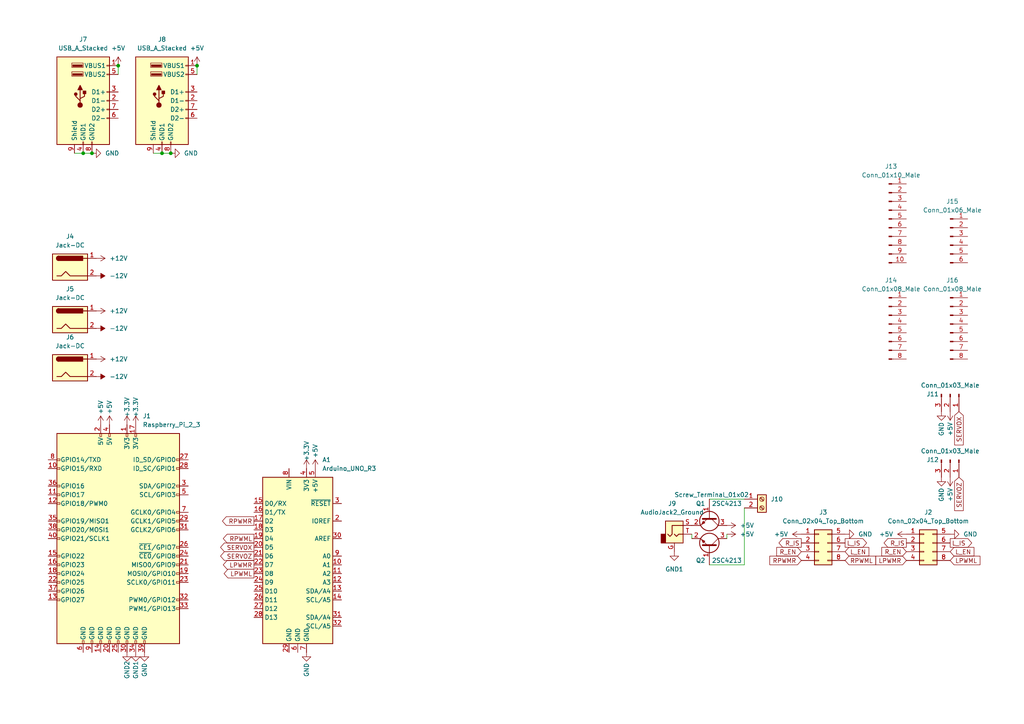
<source format=kicad_sch>
(kicad_sch (version 20211123) (generator eeschema)
  (paper "A4")
  (lib_symbols
    (symbol "Connector:AudioJack2_Ground"
      (property "Reference" "J" (at 0 8.89 0))
      (property "Value" "AudioJack2_Ground" (at 0 6.35 0))
      (symbol "AudioJack2_Ground_0_1"
        (rectangle (start -2.54 -2.54) (end -3.81 0) (stroke (width 0.254)) (fill (type outline)))
        (polyline (pts (xy 0 0) (xy 0.635 -0.635) (xy 1.27 0) (xy 2.54 0)) (stroke (width 0.254)))
        (polyline (pts (xy 2.54 2.54) (xy -0.635 2.54) (xy -0.635 0) (xy -1.27 -0.635) (xy -1.905 0)) (stroke (width 0.254)))
        (rectangle (start 2.54 3.81) (end -2.54 -2.54) (stroke (width 0.254)) (fill (type background)))
      )
      (symbol "AudioJack2_Ground_1_1"
        (pin passive line (at 0 -5.08 90) (length 2.54) (name "~") (number "G"))
        (pin passive line (at 5.08 2.54 180) (length 2.54) (name "~") (number "S"))
        (pin passive line (at 5.08 0 180) (length 2.54) (name "~") (number "T"))
      )
    )
    (symbol "Connector:Conn_01x03_Male" (pin_names (offset 1.016) hide)
      (property "Reference" "J" (at 0 5.08 0))
      (property "Value" "Conn_01x03_Male" (at 0 -5.08 0))
      (symbol "Conn_01x03_Male_1_1"
        (polyline (pts (xy 1.27 -2.54) (xy 0.8636 -2.54)) (stroke (width 0.1524)))
        (polyline (pts (xy 1.27 0) (xy 0.8636 0)) (stroke (width 0.1524)))
        (polyline (pts (xy 1.27 2.54) (xy 0.8636 2.54)) (stroke (width 0.1524)))
        (rectangle (start 0.8636 -2.413) (end 0 -2.667) (stroke (width 0.1524)) (fill (type outline)))
        (rectangle (start 0.8636 0.127) (end 0 -0.127) (stroke (width 0.1524)) (fill (type outline)))
        (rectangle (start 0.8636 2.667) (end 0 2.413) (stroke (width 0.1524)) (fill (type outline)))
        (pin passive line (at 5.08 2.54 180) (length 3.81) (name "Pin_1") (number "1"))
        (pin passive line (at 5.08 0 180) (length 3.81) (name "Pin_2") (number "2"))
        (pin passive line (at 5.08 -2.54 180) (length 3.81) (name "Pin_3") (number "3"))
      )
    )
    (symbol "Connector:Conn_01x06_Male" (pin_names (offset 1.016) hide)
      (property "Reference" "J" (at 0 7.62 0))
      (property "Value" "Conn_01x06_Male" (at 0 -10.16 0))
      (symbol "Conn_01x06_Male_1_1"
        (polyline (pts (xy 1.27 -7.62) (xy 0.8636 -7.62)) (stroke (width 0.1524)))
        (polyline (pts (xy 1.27 -5.08) (xy 0.8636 -5.08)) (stroke (width 0.1524)))
        (polyline (pts (xy 1.27 -2.54) (xy 0.8636 -2.54)) (stroke (width 0.1524)))
        (polyline (pts (xy 1.27 0) (xy 0.8636 0)) (stroke (width 0.1524)))
        (polyline (pts (xy 1.27 2.54) (xy 0.8636 2.54)) (stroke (width 0.1524)))
        (polyline (pts (xy 1.27 5.08) (xy 0.8636 5.08)) (stroke (width 0.1524)))
        (rectangle (start 0.8636 -7.493) (end 0 -7.747) (stroke (width 0.1524)) (fill (type outline)))
        (rectangle (start 0.8636 -4.953) (end 0 -5.207) (stroke (width 0.1524)) (fill (type outline)))
        (rectangle (start 0.8636 -2.413) (end 0 -2.667) (stroke (width 0.1524)) (fill (type outline)))
        (rectangle (start 0.8636 0.127) (end 0 -0.127) (stroke (width 0.1524)) (fill (type outline)))
        (rectangle (start 0.8636 2.667) (end 0 2.413) (stroke (width 0.1524)) (fill (type outline)))
        (rectangle (start 0.8636 5.207) (end 0 4.953) (stroke (width 0.1524)) (fill (type outline)))
        (pin passive line (at 5.08 5.08 180) (length 3.81) (name "Pin_1") (number "1"))
        (pin passive line (at 5.08 2.54 180) (length 3.81) (name "Pin_2") (number "2"))
        (pin passive line (at 5.08 0 180) (length 3.81) (name "Pin_3") (number "3"))
        (pin passive line (at 5.08 -2.54 180) (length 3.81) (name "Pin_4") (number "4"))
        (pin passive line (at 5.08 -5.08 180) (length 3.81) (name "Pin_5") (number "5"))
        (pin passive line (at 5.08 -7.62 180) (length 3.81) (name "Pin_6") (number "6"))
      )
    )
    (symbol "Connector:Conn_01x08_Male" (pin_names (offset 1.016) hide)
      (property "Reference" "J" (at 0 10.16 0))
      (property "Value" "Conn_01x08_Male" (at 0 -12.7 0))
      (symbol "Conn_01x08_Male_1_1"
        (polyline (pts (xy 1.27 -10.16) (xy 0.8636 -10.16)) (stroke (width 0.1524)))
        (polyline (pts (xy 1.27 -7.62) (xy 0.8636 -7.62)) (stroke (width 0.1524)))
        (polyline (pts (xy 1.27 -5.08) (xy 0.8636 -5.08)) (stroke (width 0.1524)))
        (polyline (pts (xy 1.27 -2.54) (xy 0.8636 -2.54)) (stroke (width 0.1524)))
        (polyline (pts (xy 1.27 0) (xy 0.8636 0)) (stroke (width 0.1524)))
        (polyline (pts (xy 1.27 2.54) (xy 0.8636 2.54)) (stroke (width 0.1524)))
        (polyline (pts (xy 1.27 5.08) (xy 0.8636 5.08)) (stroke (width 0.1524)))
        (polyline (pts (xy 1.27 7.62) (xy 0.8636 7.62)) (stroke (width 0.1524)))
        (rectangle (start 0.8636 -10.033) (end 0 -10.287) (stroke (width 0.1524)) (fill (type outline)))
        (rectangle (start 0.8636 -7.493) (end 0 -7.747) (stroke (width 0.1524)) (fill (type outline)))
        (rectangle (start 0.8636 -4.953) (end 0 -5.207) (stroke (width 0.1524)) (fill (type outline)))
        (rectangle (start 0.8636 -2.413) (end 0 -2.667) (stroke (width 0.1524)) (fill (type outline)))
        (rectangle (start 0.8636 0.127) (end 0 -0.127) (stroke (width 0.1524)) (fill (type outline)))
        (rectangle (start 0.8636 2.667) (end 0 2.413) (stroke (width 0.1524)) (fill (type outline)))
        (rectangle (start 0.8636 5.207) (end 0 4.953) (stroke (width 0.1524)) (fill (type outline)))
        (rectangle (start 0.8636 7.747) (end 0 7.493) (stroke (width 0.1524)) (fill (type outline)))
        (pin passive line (at 5.08 7.62 180) (length 3.81) (name "Pin_1") (number "1"))
        (pin passive line (at 5.08 5.08 180) (length 3.81) (name "Pin_2") (number "2"))
        (pin passive line (at 5.08 2.54 180) (length 3.81) (name "Pin_3") (number "3"))
        (pin passive line (at 5.08 0 180) (length 3.81) (name "Pin_4") (number "4"))
        (pin passive line (at 5.08 -2.54 180) (length 3.81) (name "Pin_5") (number "5"))
        (pin passive line (at 5.08 -5.08 180) (length 3.81) (name "Pin_6") (number "6"))
        (pin passive line (at 5.08 -7.62 180) (length 3.81) (name "Pin_7") (number "7"))
        (pin passive line (at 5.08 -10.16 180) (length 3.81) (name "Pin_8") (number "8"))
      )
    )
    (symbol "Connector:Conn_01x10_Male" (pin_names (offset 1.016) hide)
      (property "Reference" "J" (at 0 12.7 0))
      (property "Value" "Conn_01x10_Male" (at 0 -15.24 0))
      (symbol "Conn_01x10_Male_1_1"
        (polyline (pts (xy 1.27 -12.7) (xy 0.8636 -12.7)) (stroke (width 0.1524)))
        (polyline (pts (xy 1.27 -10.16) (xy 0.8636 -10.16)) (stroke (width 0.1524)))
        (polyline (pts (xy 1.27 -7.62) (xy 0.8636 -7.62)) (stroke (width 0.1524)))
        (polyline (pts (xy 1.27 -5.08) (xy 0.8636 -5.08)) (stroke (width 0.1524)))
        (polyline (pts (xy 1.27 -2.54) (xy 0.8636 -2.54)) (stroke (width 0.1524)))
        (polyline (pts (xy 1.27 0) (xy 0.8636 0)) (stroke (width 0.1524)))
        (polyline (pts (xy 1.27 2.54) (xy 0.8636 2.54)) (stroke (width 0.1524)))
        (polyline (pts (xy 1.27 5.08) (xy 0.8636 5.08)) (stroke (width 0.1524)))
        (polyline (pts (xy 1.27 7.62) (xy 0.8636 7.62)) (stroke (width 0.1524)))
        (polyline (pts (xy 1.27 10.16) (xy 0.8636 10.16)) (stroke (width 0.1524)))
        (rectangle (start 0.8636 -12.573) (end 0 -12.827) (stroke (width 0.1524)) (fill (type outline)))
        (rectangle (start 0.8636 -10.033) (end 0 -10.287) (stroke (width 0.1524)) (fill (type outline)))
        (rectangle (start 0.8636 -7.493) (end 0 -7.747) (stroke (width 0.1524)) (fill (type outline)))
        (rectangle (start 0.8636 -4.953) (end 0 -5.207) (stroke (width 0.1524)) (fill (type outline)))
        (rectangle (start 0.8636 -2.413) (end 0 -2.667) (stroke (width 0.1524)) (fill (type outline)))
        (rectangle (start 0.8636 0.127) (end 0 -0.127) (stroke (width 0.1524)) (fill (type outline)))
        (rectangle (start 0.8636 2.667) (end 0 2.413) (stroke (width 0.1524)) (fill (type outline)))
        (rectangle (start 0.8636 5.207) (end 0 4.953) (stroke (width 0.1524)) (fill (type outline)))
        (rectangle (start 0.8636 7.747) (end 0 7.493) (stroke (width 0.1524)) (fill (type outline)))
        (rectangle (start 0.8636 10.287) (end 0 10.033) (stroke (width 0.1524)) (fill (type outline)))
        (pin passive line (at 5.08 10.16 180) (length 3.81) (name "Pin_1") (number "1"))
        (pin passive line (at 5.08 -12.7 180) (length 3.81) (name "Pin_10") (number "10"))
        (pin passive line (at 5.08 7.62 180) (length 3.81) (name "Pin_2") (number "2"))
        (pin passive line (at 5.08 5.08 180) (length 3.81) (name "Pin_3") (number "3"))
        (pin passive line (at 5.08 2.54 180) (length 3.81) (name "Pin_4") (number "4"))
        (pin passive line (at 5.08 0 180) (length 3.81) (name "Pin_5") (number "5"))
        (pin passive line (at 5.08 -2.54 180) (length 3.81) (name "Pin_6") (number "6"))
        (pin passive line (at 5.08 -5.08 180) (length 3.81) (name "Pin_7") (number "7"))
        (pin passive line (at 5.08 -7.62 180) (length 3.81) (name "Pin_8") (number "8"))
        (pin passive line (at 5.08 -10.16 180) (length 3.81) (name "Pin_9") (number "9"))
      )
    )
    (symbol "Connector:Jack-DC" (pin_names (offset 1.016))
      (property "Reference" "J" (at 0 5.334 0))
      (property "Value" "Jack-DC" (at 0 -5.08 0))
      (symbol "Jack-DC_0_1"
        (rectangle (start -5.08 3.81) (end 5.08 -3.81) (stroke (width 0.254)) (fill (type background)))
        (arc (start -3.302 3.175) (mid -3.937 2.54) (end -3.302 1.905) (stroke (width 0.254)))
        (arc (start -3.302 3.175) (mid -3.937 2.54) (end -3.302 1.905) (stroke (width 0.254)) (fill (type outline)))
        (polyline (pts (xy 5.08 2.54) (xy 3.81 2.54)) (stroke (width 0.254)))
        (polyline (pts (xy -3.81 -2.54) (xy -2.54 -2.54) (xy -1.27 -1.27) (xy 0 -2.54) (xy 2.54 -2.54) (xy 5.08 -2.54)) (stroke (width 0.254)))
        (rectangle (start 3.683 3.175) (end -3.302 1.905) (stroke (width 0.254)) (fill (type outline)))
      )
      (symbol "Jack-DC_1_1"
        (pin passive line (at 7.62 2.54 180) (length 2.54) (name "~") (number "1"))
        (pin passive line (at 7.62 -2.54 180) (length 2.54) (name "~") (number "2"))
      )
    )
    (symbol "Connector:Raspberry_Pi_2_3" (pin_names (offset 1.016))
      (property "Reference" "J" (at -17.78 31.75 0))
      (property "Value" "Raspberry_Pi_2_3" (at 10.16 -31.75 0))
      (symbol "Raspberry_Pi_2_3_0_1"
        (rectangle (start -17.78 30.48) (end 17.78 -30.48) (stroke (width 0.254)) (fill (type background)))
      )
      (symbol "Raspberry_Pi_2_3_1_1"
        (rectangle (start -16.891 -17.526) (end -17.78 -18.034))
        (rectangle (start -16.891 -14.986) (end -17.78 -15.494))
        (rectangle (start -16.891 -12.446) (end -17.78 -12.954))
        (rectangle (start -16.891 -9.906) (end -17.78 -10.414))
        (rectangle (start -16.891 -7.366) (end -17.78 -7.874))
        (rectangle (start -16.891 -4.826) (end -17.78 -5.334))
        (rectangle (start -16.891 0.254) (end -17.78 -0.254))
        (rectangle (start -16.891 2.794) (end -17.78 2.286))
        (rectangle (start -16.891 5.334) (end -17.78 4.826))
        (rectangle (start -16.891 10.414) (end -17.78 9.906))
        (rectangle (start -16.891 12.954) (end -17.78 12.446))
        (rectangle (start -16.891 15.494) (end -17.78 14.986))
        (rectangle (start -16.891 20.574) (end -17.78 20.066))
        (rectangle (start -16.891 23.114) (end -17.78 22.606))
        (rectangle (start -10.414 -29.591) (end -9.906 -30.48))
        (rectangle (start -7.874 -29.591) (end -7.366 -30.48))
        (rectangle (start -5.334 -29.591) (end -4.826 -30.48))
        (rectangle (start -5.334 30.48) (end -4.826 29.591))
        (rectangle (start -2.794 -29.591) (end -2.286 -30.48))
        (rectangle (start -2.794 30.48) (end -2.286 29.591))
        (rectangle (start -0.254 -29.591) (end 0.254 -30.48))
        (rectangle (start 2.286 -29.591) (end 2.794 -30.48))
        (rectangle (start 2.286 30.48) (end 2.794 29.591))
        (rectangle (start 4.826 -29.591) (end 5.334 -30.48))
        (rectangle (start 4.826 30.48) (end 5.334 29.591))
        (rectangle (start 7.366 -29.591) (end 7.874 -30.48))
        (rectangle (start 17.78 -20.066) (end 16.891 -20.574))
        (rectangle (start 17.78 -17.526) (end 16.891 -18.034))
        (rectangle (start 17.78 -12.446) (end 16.891 -12.954))
        (rectangle (start 17.78 -9.906) (end 16.891 -10.414))
        (rectangle (start 17.78 -7.366) (end 16.891 -7.874))
        (rectangle (start 17.78 -4.826) (end 16.891 -5.334))
        (rectangle (start 17.78 -2.286) (end 16.891 -2.794))
        (rectangle (start 17.78 2.794) (end 16.891 2.286))
        (rectangle (start 17.78 5.334) (end 16.891 4.826))
        (rectangle (start 17.78 7.874) (end 16.891 7.366))
        (rectangle (start 17.78 12.954) (end 16.891 12.446))
        (rectangle (start 17.78 15.494) (end 16.891 14.986))
        (rectangle (start 17.78 20.574) (end 16.891 20.066))
        (rectangle (start 17.78 23.114) (end 16.891 22.606))
        (pin power_in line (at 2.54 33.02 270) (length 2.54) (name "3V3") (number "1"))
        (pin bidirectional line (at -20.32 20.32 0) (length 2.54) (name "GPIO15/RXD") (number "10"))
        (pin bidirectional line (at -20.32 12.7 0) (length 2.54) (name "GPIO17") (number "11"))
        (pin bidirectional line (at -20.32 10.16 0) (length 2.54) (name "GPIO18/PWM0") (number "12"))
        (pin bidirectional line (at -20.32 -17.78 0) (length 2.54) (name "GPIO27") (number "13"))
        (pin power_in line (at -5.08 -33.02 90) (length 2.54) (name "GND") (number "14"))
        (pin bidirectional line (at -20.32 -5.08 0) (length 2.54) (name "GPIO22") (number "15"))
        (pin bidirectional line (at -20.32 -7.62 0) (length 2.54) (name "GPIO23") (number "16"))
        (pin power_in line (at 5.08 33.02 270) (length 2.54) (name "3V3") (number "17"))
        (pin bidirectional line (at -20.32 -10.16 0) (length 2.54) (name "GPIO24") (number "18"))
        (pin bidirectional line (at 20.32 -10.16 180) (length 2.54) (name "MOSI0/GPIO10") (number "19"))
        (pin power_in line (at -5.08 33.02 270) (length 2.54) (name "5V") (number "2"))
        (pin power_in line (at -2.54 -33.02 90) (length 2.54) (name "GND") (number "20"))
        (pin bidirectional line (at 20.32 -7.62 180) (length 2.54) (name "MISO0/GPIO9") (number "21"))
        (pin bidirectional line (at -20.32 -12.7 0) (length 2.54) (name "GPIO25") (number "22"))
        (pin bidirectional line (at 20.32 -12.7 180) (length 2.54) (name "SCLK0/GPIO11") (number "23"))
        (pin bidirectional line (at 20.32 -5.08 180) (length 2.54) (name "~{CE0}/GPIO8") (number "24"))
        (pin power_in line (at 0 -33.02 90) (length 2.54) (name "GND") (number "25"))
        (pin bidirectional line (at 20.32 -2.54 180) (length 2.54) (name "~{CE1}/GPIO7") (number "26"))
        (pin bidirectional line (at 20.32 22.86 180) (length 2.54) (name "ID_SD/GPIO0") (number "27"))
        (pin bidirectional line (at 20.32 20.32 180) (length 2.54) (name "ID_SC/GPIO1") (number "28"))
        (pin bidirectional line (at 20.32 5.08 180) (length 2.54) (name "GCLK1/GPIO5") (number "29"))
        (pin bidirectional line (at 20.32 15.24 180) (length 2.54) (name "SDA/GPIO2") (number "3"))
        (pin power_in line (at 2.54 -33.02 90) (length 2.54) (name "GND") (number "30"))
        (pin bidirectional line (at 20.32 2.54 180) (length 2.54) (name "GCLK2/GPIO6") (number "31"))
        (pin bidirectional line (at 20.32 -17.78 180) (length 2.54) (name "PWM0/GPIO12") (number "32"))
        (pin bidirectional line (at 20.32 -20.32 180) (length 2.54) (name "PWM1/GPIO13") (number "33"))
        (pin power_in line (at 5.08 -33.02 90) (length 2.54) (name "GND") (number "34"))
        (pin bidirectional line (at -20.32 5.08 0) (length 2.54) (name "GPIO19/MISO1") (number "35"))
        (pin bidirectional line (at -20.32 15.24 0) (length 2.54) (name "GPIO16") (number "36"))
        (pin bidirectional line (at -20.32 -15.24 0) (length 2.54) (name "GPIO26") (number "37"))
        (pin bidirectional line (at -20.32 2.54 0) (length 2.54) (name "GPIO20/MOSI1") (number "38"))
        (pin power_in line (at 7.62 -33.02 90) (length 2.54) (name "GND") (number "39"))
        (pin power_in line (at -2.54 33.02 270) (length 2.54) (name "5V") (number "4"))
        (pin bidirectional line (at -20.32 0 0) (length 2.54) (name "GPIO21/SCLK1") (number "40"))
        (pin bidirectional line (at 20.32 12.7 180) (length 2.54) (name "SCL/GPIO3") (number "5"))
        (pin power_in line (at -10.16 -33.02 90) (length 2.54) (name "GND") (number "6"))
        (pin bidirectional line (at 20.32 7.62 180) (length 2.54) (name "GCLK0/GPIO4") (number "7"))
        (pin bidirectional line (at -20.32 22.86 0) (length 2.54) (name "GPIO14/TXD") (number "8"))
        (pin power_in line (at -7.62 -33.02 90) (length 2.54) (name "GND") (number "9"))
      )
    )
    (symbol "Connector:Screw_Terminal_01x02" (pin_names (offset 1.016) hide)
      (property "Reference" "J" (at 0 2.54 0))
      (property "Value" "Screw_Terminal_01x02" (at 0 -5.08 0))
      (symbol "Screw_Terminal_01x02_1_1"
        (rectangle (start -1.27 1.27) (end 1.27 -3.81) (stroke (width 0.254)) (fill (type background)))
        (circle (center 0 -2.54) (radius 0.635) (stroke (width 0.1524)))
        (polyline (pts (xy -0.5334 -2.2098) (xy 0.3302 -3.048)) (stroke (width 0.1524)))
        (polyline (pts (xy -0.5334 0.3302) (xy 0.3302 -0.508)) (stroke (width 0.1524)))
        (polyline (pts (xy -0.3556 -2.032) (xy 0.508 -2.8702)) (stroke (width 0.1524)))
        (polyline (pts (xy -0.3556 0.508) (xy 0.508 -0.3302)) (stroke (width 0.1524)))
        (circle (center 0 0) (radius 0.635) (stroke (width 0.1524)))
        (pin passive line (at -5.08 0 0) (length 3.81) (name "Pin_1") (number "1"))
        (pin passive line (at -5.08 -2.54 0) (length 3.81) (name "Pin_2") (number "2"))
      )
    )
    (symbol "Connector:USB_A_Stacked" (pin_names (offset 1.016))
      (property "Reference" "J" (at 0 15.875 0))
      (property "Value" "USB_A_Stacked" (at 0 13.97 0))
      (symbol "USB_A_Stacked_0_1"
        (rectangle (start -7.62 12.7) (end 7.62 -12.7) (stroke (width 0.254)) (fill (type background)))
        (circle (center -2.159 1.905) (radius 0.381) (stroke (width 0.254)) (fill (type outline)))
        (circle (center -0.889 -1.27) (radius 0.635) (stroke (width 0.254)) (fill (type outline)))
        (rectangle (start -0.254 7.366) (end -3.048 7.874) (fill (type outline)))
        (rectangle (start -0.254 9.906) (end -3.048 10.414) (fill (type outline)))
        (rectangle (start -0.127 -12.7) (end 0.127 -11.938))
        (polyline (pts (xy -1.524 3.175) (xy -0.254 3.175) (xy -0.889 4.445) (xy -1.524 3.175)) (stroke (width 0.254)) (fill (type outline)))
        (polyline (pts (xy -0.889 -0.635) (xy -0.889 0) (xy -2.159 1.27) (xy -2.159 1.905)) (stroke (width 0.254)))
        (polyline (pts (xy -0.889 0) (xy -0.889 0.635) (xy 0.381 1.27) (xy 0.381 2.54)) (stroke (width 0.254)))
        (rectangle (start 0 2.794) (end 0.762 2.032) (stroke (width 0.254)) (fill (type outline)))
        (rectangle (start 0 7.112) (end -3.302 8.382))
        (rectangle (start 0 9.652) (end -3.302 10.922))
        (rectangle (start 2.413 -12.7) (end 2.667 -11.938))
        (rectangle (start 7.62 -5.207) (end 6.858 -4.953))
        (rectangle (start 7.62 -2.667) (end 6.858 -2.413))
        (rectangle (start 7.62 -0.127) (end 6.858 0.127))
        (rectangle (start 7.62 2.413) (end 6.858 2.667))
        (rectangle (start 7.62 7.493) (end 6.858 7.747))
        (rectangle (start 7.62 10.033) (end 6.858 10.287))
      )
      (symbol "USB_A_Stacked_1_1"
        (polyline (pts (xy -0.889 0.635) (xy -0.889 3.175)) (stroke (width 0.254)))
        (pin power_in line (at 10.16 10.16 180) (length 2.54) (name "VBUS1") (number "1"))
        (pin bidirectional line (at 10.16 0 180) (length 2.54) (name "D1-") (number "2"))
        (pin bidirectional line (at 10.16 2.54 180) (length 2.54) (name "D1+") (number "3"))
        (pin power_in line (at 0 -15.24 90) (length 2.54) (name "GND1") (number "4"))
        (pin power_in line (at 10.16 7.62 180) (length 2.54) (name "VBUS2") (number "5"))
        (pin bidirectional line (at 10.16 -5.08 180) (length 2.54) (name "D2-") (number "6"))
        (pin bidirectional line (at 10.16 -2.54 180) (length 2.54) (name "D2+") (number "7"))
        (pin power_in line (at 2.54 -15.24 90) (length 2.54) (name "GND2") (number "8"))
        (pin passive line (at -2.54 -15.24 90) (length 2.54) (name "Shield") (number "9"))
      )
    )
    (symbol "Connector_Generic:Conn_02x04_Top_Bottom" (pin_names (offset 1.016) hide)
      (property "Reference" "J" (at 1.27 5.08 0))
      (property "Value" "Conn_02x04_Top_Bottom" (at 1.27 -7.62 0))
      (symbol "Conn_02x04_Top_Bottom_1_1"
        (rectangle (start -1.27 -4.953) (end 0 -5.207) (stroke (width 0.1524)))
        (rectangle (start -1.27 -2.413) (end 0 -2.667) (stroke (width 0.1524)))
        (rectangle (start -1.27 0.127) (end 0 -0.127) (stroke (width 0.1524)))
        (rectangle (start -1.27 2.667) (end 0 2.413) (stroke (width 0.1524)))
        (rectangle (start -1.27 3.81) (end 3.81 -6.35) (stroke (width 0.254)) (fill (type background)))
        (rectangle (start 3.81 -4.953) (end 2.54 -5.207) (stroke (width 0.1524)))
        (rectangle (start 3.81 -2.413) (end 2.54 -2.667) (stroke (width 0.1524)))
        (rectangle (start 3.81 0.127) (end 2.54 -0.127) (stroke (width 0.1524)))
        (rectangle (start 3.81 2.667) (end 2.54 2.413) (stroke (width 0.1524)))
        (pin passive line (at -5.08 2.54 0) (length 3.81) (name "Pin_1") (number "1"))
        (pin passive line (at -5.08 0 0) (length 3.81) (name "Pin_2") (number "2"))
        (pin passive line (at -5.08 -2.54 0) (length 3.81) (name "Pin_3") (number "3"))
        (pin passive line (at -5.08 -5.08 0) (length 3.81) (name "Pin_4") (number "4"))
        (pin passive line (at 7.62 2.54 180) (length 3.81) (name "Pin_5") (number "5"))
        (pin passive line (at 7.62 0 180) (length 3.81) (name "Pin_6") (number "6"))
        (pin passive line (at 7.62 -2.54 180) (length 3.81) (name "Pin_7") (number "7"))
        (pin passive line (at 7.62 -5.08 180) (length 3.81) (name "Pin_8") (number "8"))
      )
    )
    (symbol "MCU_Module:Arduino_UNO_R3"
      (property "Reference" "A" (at -10.16 23.495 0))
      (property "Value" "Arduino_UNO_R3" (at 5.08 -26.67 0))
      (symbol "Arduino_UNO_R3_0_1"
        (rectangle (start -10.16 22.86) (end 10.16 -25.4) (stroke (width 0.254)) (fill (type background)))
      )
      (symbol "Arduino_UNO_R3_1_1"
        (pin no_connect line (at -10.16 -20.32 0) (length 2.54) hide (name "NC") (number "1"))
        (pin bidirectional line (at 12.7 -2.54 180) (length 2.54) (name "A1") (number "10"))
        (pin bidirectional line (at 12.7 -5.08 180) (length 2.54) (name "A2") (number "11"))
        (pin bidirectional line (at 12.7 -7.62 180) (length 2.54) (name "A3") (number "12"))
        (pin bidirectional line (at 12.7 -10.16 180) (length 2.54) (name "SDA/A4") (number "13"))
        (pin bidirectional line (at 12.7 -12.7 180) (length 2.54) (name "SCL/A5") (number "14"))
        (pin bidirectional line (at -12.7 15.24 0) (length 2.54) (name "D0/RX") (number "15"))
        (pin bidirectional line (at -12.7 12.7 0) (length 2.54) (name "D1/TX") (number "16"))
        (pin bidirectional line (at -12.7 10.16 0) (length 2.54) (name "D2") (number "17"))
        (pin bidirectional line (at -12.7 7.62 0) (length 2.54) (name "D3") (number "18"))
        (pin bidirectional line (at -12.7 5.08 0) (length 2.54) (name "D4") (number "19"))
        (pin output line (at 12.7 10.16 180) (length 2.54) (name "IOREF") (number "2"))
        (pin bidirectional line (at -12.7 2.54 0) (length 2.54) (name "D5") (number "20"))
        (pin bidirectional line (at -12.7 0 0) (length 2.54) (name "D6") (number "21"))
        (pin bidirectional line (at -12.7 -2.54 0) (length 2.54) (name "D7") (number "22"))
        (pin bidirectional line (at -12.7 -5.08 0) (length 2.54) (name "D8") (number "23"))
        (pin bidirectional line (at -12.7 -7.62 0) (length 2.54) (name "D9") (number "24"))
        (pin bidirectional line (at -12.7 -10.16 0) (length 2.54) (name "D10") (number "25"))
        (pin bidirectional line (at -12.7 -12.7 0) (length 2.54) (name "D11") (number "26"))
        (pin bidirectional line (at -12.7 -15.24 0) (length 2.54) (name "D12") (number "27"))
        (pin bidirectional line (at -12.7 -17.78 0) (length 2.54) (name "D13") (number "28"))
        (pin power_in line (at -2.54 -27.94 90) (length 2.54) (name "GND") (number "29"))
        (pin input line (at 12.7 15.24 180) (length 2.54) (name "~{RESET}") (number "3"))
        (pin input line (at 12.7 5.08 180) (length 2.54) (name "AREF") (number "30"))
        (pin bidirectional line (at 12.7 -17.78 180) (length 2.54) (name "SDA/A4") (number "31"))
        (pin bidirectional line (at 12.7 -20.32 180) (length 2.54) (name "SCL/A5") (number "32"))
        (pin power_out line (at 2.54 25.4 270) (length 2.54) (name "3V3") (number "4"))
        (pin power_out line (at 5.08 25.4 270) (length 2.54) (name "+5V") (number "5"))
        (pin power_in line (at 0 -27.94 90) (length 2.54) (name "GND") (number "6"))
        (pin power_in line (at 2.54 -27.94 90) (length 2.54) (name "GND") (number "7"))
        (pin power_in line (at -2.54 25.4 270) (length 2.54) (name "VIN") (number "8"))
        (pin bidirectional line (at 12.7 0 180) (length 2.54) (name "A0") (number "9"))
      )
    )
    (symbol "Transistor_BJT:2SC4213" (pin_names (offset 0) hide)
      (property "Reference" "Q" (at 5.08 1.905 0))
      (property "Value" "2SC4213" (at 5.08 0 0))
      (symbol "2SC4213_0_1"
        (polyline (pts (xy 0.635 0.635) (xy 2.54 2.54)))
        (polyline (pts (xy 0.635 -0.635) (xy 2.54 -2.54) (xy 2.54 -2.54)))
        (polyline (pts (xy 0.635 1.905) (xy 0.635 -1.905) (xy 0.635 -1.905)) (stroke (width 0.508)))
        (polyline (pts (xy 1.27 -1.778) (xy 1.778 -1.27) (xy 2.286 -2.286) (xy 1.27 -1.778) (xy 1.27 -1.778)) (fill (type outline)))
        (circle (center 1.27 0) (radius 2.8194) (stroke (width 0.254)))
      )
      (symbol "2SC4213_1_1"
        (pin input line (at -5.08 0 0) (length 5.715) (name "B") (number "1"))
        (pin passive line (at 2.54 -5.08 90) (length 2.54) (name "E") (number "2"))
        (pin passive line (at 2.54 5.08 270) (length 2.54) (name "C") (number "3"))
      )
    )
    (symbol "power:+12V" (power) (pin_names (offset 0))
      (property "Value" "+12V" (at 0 3.556 0))
      (symbol "+12V_0_1"
        (polyline (pts (xy -0.762 1.27) (xy 0 2.54)))
        (polyline (pts (xy 0 0) (xy 0 2.54)))
        (polyline (pts (xy 0 2.54) (xy 0.762 1.27)))
      )
      (symbol "+12V_1_1"
        (pin power_in line (at 0 0 90) (length 0) hide (name "+12V") (number "1"))
      )
    )
    (symbol "power:+3.3V" (power) (pin_names (offset 0))
      (property "Value" "+3.3V" (at 0 3.556 0))
      (symbol "+3.3V_0_1"
        (polyline (pts (xy -0.762 1.27) (xy 0 2.54)))
        (polyline (pts (xy 0 0) (xy 0 2.54)))
        (polyline (pts (xy 0 2.54) (xy 0.762 1.27)))
      )
      (symbol "+3.3V_1_1"
        (pin power_in line (at 0 0 90) (length 0) hide (name "+3.3V") (number "1"))
      )
    )
    (symbol "power:+5V" (power) (pin_names (offset 0))
      (property "Value" "+5V" (at 0 3.556 0))
      (symbol "+5V_0_1"
        (polyline (pts (xy -0.762 1.27) (xy 0 2.54)))
        (polyline (pts (xy 0 0) (xy 0 2.54)))
        (polyline (pts (xy 0 2.54) (xy 0.762 1.27)))
      )
      (symbol "+5V_1_1"
        (pin power_in line (at 0 0 90) (length 0) hide (name "+5V") (number "1"))
      )
    )
    (symbol "power:-12V" (power) (pin_names (offset 0))
      (property "Value" "-12V" (at 0 3.81 0))
      (symbol "-12V_0_0"
        (pin power_in line (at 0 0 90) (length 0) hide (name "-12V") (number "1"))
      )
      (symbol "-12V_0_1"
        (polyline (pts (xy 0 0) (xy 0 1.27) (xy 0.762 1.27) (xy 0 2.54) (xy -0.762 1.27) (xy 0 1.27)) (fill (type outline)))
      )
    )
    (symbol "power:GND" (power) (pin_names (offset 0))
      (property "Value" "GND" (at 0 -3.81 0))
      (symbol "GND_0_1"
        (polyline (pts (xy 0 0) (xy 0 -1.27) (xy 1.27 -1.27) (xy 0 -2.54) (xy -1.27 -1.27) (xy 0 -1.27)))
      )
      (symbol "GND_1_1"
        (pin power_in line (at 0 0 270) (length 0) hide (name "GND") (number "1"))
      )
    )
    (symbol "power:GND1" (power) (pin_names (offset 0))
      (property "Value" "GND1" (at 0 -3.81 0))
      (symbol "GND1_0_1"
        (polyline (pts (xy 0 0) (xy 0 -1.27) (xy 1.27 -1.27) (xy 0 -2.54) (xy -1.27 -1.27) (xy 0 -1.27)))
      )
      (symbol "GND1_1_1"
        (pin power_in line (at 0 0 270) (length 0) hide (name "GND1") (number "1"))
      )
    )
    (symbol "power:GND2" (power) (pin_names (offset 0))
      (property "Value" "GND2" (at 0 -3.81 0))
      (symbol "GND2_0_1"
        (polyline (pts (xy 0 0) (xy 0 -1.27) (xy 1.27 -1.27) (xy 0 -2.54) (xy -1.27 -1.27) (xy 0 -1.27)))
      )
      (symbol "GND2_1_1"
        (pin power_in line (at 0 0 270) (length 0) hide (name "GND2") (number "1"))
      )
    )
  )
  (junction (at 49.53 44.45))
  (junction (at 57.15 19.05))
  (junction (at 24.13 44.45))
  (junction (at 46.99 44.45))
  (junction (at 26.67 44.45))
  (junction (at 34.29 19.05))
  (wire (pts (xy 21.59 44.45) (xy 24.13 44.45)))
  (wire (pts (xy 24.13 44.45) (xy 26.67 44.45)))
  (wire (pts (xy 210.82 156.21) (xy 210.82 154.94)))
  (wire (pts (xy 215.9 147.32) (xy 215.9 163.83)))
  (wire (pts (xy 200.66 156.21) (xy 200.66 154.94)))
  (wire (pts (xy 44.45 44.45) (xy 46.99 44.45)))
  (wire (pts (xy 57.15 19.05) (xy 57.15 21.59)))
  (wire (pts (xy 215.9 163.83) (xy 205.74 163.83)))
  (wire (pts (xy 205.74 144.78) (xy 215.9 144.78)))
  (wire (pts (xy 34.29 19.05) (xy 34.29 21.59)))
  (wire (pts (xy 46.99 44.45) (xy 49.53 44.45)))
  (global_label "LPWML" (shape output) (at 73.66 166.37 180) (property "Intersheet References" "${INTERSHEET_REFS}" (effects hide)))
  (global_label "L_IS" (shape output) (at 275.59 157.48 0) (property "Intersheet References" "${INTERSHEET_REFS}" (effects hide)))
  (global_label "R_EN" (shape input) (at 262.89 160.02 180) (property "Intersheet References" "${INTERSHEET_REFS}" (effects hide)))
  (global_label "LPWML" (shape input) (at 275.59 162.56 0) (property "Intersheet References" "${INTERSHEET_REFS}" (effects hide)))
  (global_label "SERVOX" (shape output) (at 73.66 158.75 180) (property "Intersheet References" "${INTERSHEET_REFS}" (effects hide)))
  (global_label "LPWMR" (shape input) (at 262.89 162.56 180) (property "Intersheet References" "${INTERSHEET_REFS}" (effects hide)))
  (global_label "SERVOX" (shape input) (at 278.13 119.38 270) (property "Intersheet References" "${INTERSHEET_REFS}" (effects hide)))
  (global_label "R_IS" (shape output) (at 262.89 157.48 180) (property "Intersheet References" "${INTERSHEET_REFS}" (effects hide)))
  (global_label "L_IS" (shape output) (at 245.11 157.48 0) (property "Intersheet References" "${INTERSHEET_REFS}" (effects hide)))
  (global_label "L_EN" (shape input) (at 275.59 160.02 0) (property "Intersheet References" "${INTERSHEET_REFS}" (effects hide)))
  (global_label "RPWMR" (shape input) (at 232.41 162.56 180) (property "Intersheet References" "${INTERSHEET_REFS}" (effects hide)))
  (global_label "RPWMR" (shape output) (at 73.66 151.13 180) (property "Intersheet References" "${INTERSHEET_REFS}" (effects hide)))
  (global_label "RPWML" (shape input) (at 245.11 162.56 0) (property "Intersheet References" "${INTERSHEET_REFS}" (effects hide)))
  (global_label "L_EN" (shape input) (at 245.11 160.02 0) (property "Intersheet References" "${INTERSHEET_REFS}" (effects hide)))
  (global_label "LPWMR" (shape output) (at 73.66 163.83 180) (property "Intersheet References" "${INTERSHEET_REFS}" (effects hide)))
  (global_label "R_IS" (shape output) (at 232.41 157.48 180) (property "Intersheet References" "${INTERSHEET_REFS}" (effects hide)))
  (global_label "RPWML" (shape output) (at 73.66 156.21 180) (property "Intersheet References" "${INTERSHEET_REFS}" (effects hide)))
  (global_label "SERVOZ" (shape output) (at 73.66 161.29 180) (property "Intersheet References" "${INTERSHEET_REFS}" (effects hide)))
  (global_label "SERVOZ" (shape input) (at 278.13 138.43 270) (property "Intersheet References" "${INTERSHEET_REFS}" (effects hide)))
  (global_label "R_EN" (shape input) (at 232.41 160.02 180) (property "Intersheet References" "${INTERSHEET_REFS}" (effects hide)))
  (symbol (lib_id "power:GND") (at 275.59 154.94 90) (unit 1)
    (property "Reference" "#PWR0112" (effects hide))
    (property "Value" "GND" (at 279.4 154.9399 90) (effects (justify right)))
  )
  (symbol (lib_id "power:+5V") (at 34.29 19.05 0) (unit 1)
    (property "Reference" "#PWR0123" (effects hide))
    (property "Value" "+5V" (at 34.29 13.97 0))
  )
  (symbol (lib_id "power:+5V") (at 262.89 154.94 90) (unit 1)
    (property "Reference" "#PWR0113" (effects hide))
    (property "Value" "+5V" (at 259.08 154.9399 90) (effects (justify left)))
  )
  (symbol (lib_id "power:-12V") (at 27.94 95.25 270) (unit 1)
    (property "Reference" "#PWR0127" (effects hide))
    (property "Value" "-12V" (at 31.75 95.2499 90) (effects (justify left)))
  )
  (symbol (lib_id "power:+12V") (at 27.94 74.93 270) (unit 1)
    (property "Reference" "#PWR0126" (effects hide))
    (property "Value" "+12V" (at 31.75 74.9299 90) (effects (justify left)))
  )
  (symbol (lib_id "MCU_Module:Arduino_UNO_R3") (at 86.36 161.29 0) (unit 1)
    (property "Reference" "A1" (at 93.4594 133.35 0) (effects (justify left)))
    (property "Value" "Arduino_UNO_R3" (at 93.4594 135.89 0) (effects (justify left)))
    (property "Footprint" "Module:Arduino_UNO_R3" (effects hide))
    (property "Datasheet" "https://www.arduino.cc/en/Main/arduinoBoardUno" (effects hide))
  )
  (symbol (lib_id "power:GND") (at 41.91 189.23 0) (unit 1)
    (property "Reference" "#PWR0107" (effects hide))
    (property "Value" "GND" (at 41.91 194.31 90))
  )
  (symbol (lib_id "power:GND2") (at 36.83 189.23 0) (unit 1)
    (property "Reference" "#PWR0105" (effects hide))
    (property "Value" "GND2" (at 36.83 194.31 90))
  )
  (symbol (lib_id "power:GND1") (at 39.37 189.23 0) (unit 1)
    (property "Reference" "#PWR0106" (effects hide))
    (property "Value" "GND1" (at 39.37 194.31 90))
  )
  (symbol (lib_id "power:+3.3V") (at 39.37 123.19 0) (unit 1)
    (property "Reference" "#PWR0103" (effects hide))
    (property "Value" "+3.3V" (at 39.37 118.11 90))
  )
  (symbol (lib_id "Connector:USB_A_Stacked") (at 24.13 29.21 0) (unit 1)
    (property "Reference" "J7" (at 24.13 11.43 0))
    (property "Value" "USB_A_Stacked" (at 24.13 13.97 0))
    (property "Footprint" "Connector_USB:USB_A_Wuerth_61400826021_Horizontal_Stacked" (effects hide))
    (property "Datasheet" " ~" (effects hide))
  )
  (symbol (lib_id "Connector:Screw_Terminal_01x02") (at 220.98 144.78 0) (unit 1)
    (property "Reference" "J10" (at 223.52 144.7799 0) (effects (justify left)))
    (property "Value" "Screw_Terminal_01x02" (at 195.58 143.51 0) (effects (justify left)))
    (property "Footprint" "TerminalBlock:TerminalBlock_bornier-2_P5.08mm" (effects hide))
  )
  (symbol (lib_id "Connector:Conn_01x03_Male") (at 275.59 114.3 270) (unit 1)
    (property "Reference" "J11" (at 270.51 114.3 90))
    (property "Value" "Conn_01x03_Male" (at 275.59 111.76 90))
    (property "Footprint" "Connector_PinHeader_2.54mm:PinHeader_1x03_P2.54mm_Vertical" (effects hide))
  )
  (symbol (lib_id "power:+5V") (at 275.59 119.38 180) (unit 1)
    (property "Reference" "#PWR0118" (effects hide))
    (property "Value" "+5V" (at 275.59 124.46 90))
  )
  (symbol (lib_id "Connector:Conn_01x06_Male") (at 275.59 68.58 0) (unit 1)
    (property "Reference" "J15" (at 276.225 58.42 0))
    (property "Value" "Conn_01x06_Male" (at 276.225 60.96 0))
    (property "Footprint" "Connector_PinSocket_2.54mm:PinSocket_1x06_P2.54mm_Vertical" (effects hide))
  )
  (symbol (lib_id "Connector:Jack-DC") (at 20.32 106.68 0) (unit 1)
    (property "Reference" "J6" (at 20.32 97.79 0))
    (property "Value" "Jack-DC" (at 20.32 100.33 0))
    (property "Footprint" "Connector_BarrelJack:BarrelJack_Horizontal" (effects hide))
  )
  (symbol (lib_id "Connector:Jack-DC") (at 20.32 92.71 0) (unit 1)
    (property "Reference" "J5" (at 20.32 83.82 0))
    (property "Value" "Jack-DC" (at 20.32 86.36 0))
    (property "Footprint" "Connector_BarrelJack:BarrelJack_Horizontal" (effects hide))
  )
  (symbol (lib_id "power:GND") (at 88.9 189.23 0) (unit 1)
    (property "Reference" "#PWR0108" (effects hide))
    (property "Value" "GND" (at 88.9 194.31 90))
  )
  (symbol (lib_id "power:-12V") (at 27.94 109.22 270) (unit 1)
    (property "Reference" "#PWR0129" (effects hide))
    (property "Value" "-12V" (at 31.75 109.2199 90) (effects (justify left)))
  )
  (symbol (lib_id "power:+5V") (at 275.59 138.43 180) (unit 1)
    (property "Reference" "#PWR0115" (effects hide))
    (property "Value" "+5V" (at 275.59 143.51 90))
  )
  (symbol (lib_id "power:+3.3V") (at 88.9 135.89 0) (unit 1)
    (property "Reference" "#PWR0110" (effects hide))
    (property "Value" "+3.3V" (at 88.9 130.81 90))
  )
  (symbol (lib_id "Connector:AudioJack2_Ground") (at 195.58 154.94 0) (unit 1)
    (property "Reference" "J9" (at 194.945 146.05 0))
    (property "Value" "AudioJack2_Ground" (at 194.945 148.59 0))
    (property "Footprint" "Connector_Audio:Jack_3.5mm_CUI_SJ-3523-SMT_Horizontal" (effects hide))
  )
  (symbol (lib_id "Transistor_BJT:2SC4213") (at 205.74 158.75 270) (mirror x) (unit 1)
    (property "Reference" "Q2" (at 203.2 162.56 90))
    (property "Value" "2SC4213" (at 210.82 162.56 90))
    (property "Footprint" "Package_TO_SOT_SMD:SOT-323_SC-70" (effects hide))
    (property "Datasheet" "https://toshiba.semicon-storage.com/info/docget.jsp?did=19305&prodName=2SC4213" (effects hide))
  )
  (symbol (lib_id "Connector:Raspberry_Pi_2_3") (at 34.29 156.21 0) (unit 1)
    (property "Reference" "J1" (at 41.3894 120.65 0) (effects (justify left)))
    (property "Value" "Raspberry_Pi_2_3" (at 41.3894 123.19 0) (effects (justify left)))
    (property "Datasheet" "https://www.raspberrypi.org/documentation/hardware/raspberrypi/schematics/rpi_SCH_3bplus_1p0_reduced.pdf" (effects hide))
  )
  (symbol (lib_id "power:+5V") (at 210.82 154.94 270) (unit 1)
    (property "Reference" "#PWR0120" (effects hide))
    (property "Value" "+5V" (at 214.63 154.9399 90) (effects (justify left)))
  )
  (symbol (lib_id "Connector:Conn_01x08_Male") (at 275.59 93.98 0) (unit 1)
    (property "Reference" "J16" (at 276.225 81.28 0))
    (property "Value" "Conn_01x08_Male" (at 276.225 83.82 0))
    (property "Footprint" "Connector_PinSocket_2.54mm:PinSocket_1x08_P2.54mm_Vertical" (effects hide))
  )
  (symbol (lib_id "power:+5V") (at 91.44 135.89 0) (unit 1)
    (property "Reference" "#PWR0109" (effects hide))
    (property "Value" "+5V" (at 91.44 130.81 90))
  )
  (symbol (lib_id "Transistor_BJT:2SC4213") (at 205.74 149.86 270) (unit 1)
    (property "Reference" "Q1" (at 203.2 146.05 90))
    (property "Value" "2SC4213" (at 210.82 146.05 90))
    (property "Footprint" "Package_TO_SOT_SMD:SOT-323_SC-70" (effects hide))
    (property "Datasheet" "https://toshiba.semicon-storage.com/info/docget.jsp?did=19305&prodName=2SC4213" (effects hide))
  )
  (symbol (lib_id "power:+5V") (at 210.82 152.4 270) (unit 1)
    (property "Reference" "#PWR0121" (effects hide))
    (property "Value" "+5V" (at 214.63 152.3999 90) (effects (justify left)))
  )
  (symbol (lib_id "power:GND") (at 273.05 119.38 0) (unit 1)
    (property "Reference" "#PWR0119" (effects hide))
    (property "Value" "GND" (at 273.05 124.46 90))
  )
  (symbol (lib_id "Connector_Generic:Conn_02x04_Top_Bottom") (at 267.97 157.48 0) (unit 1)
    (property "Reference" "J2" (at 269.24 148.59 0))
    (property "Value" "Conn_02x04_Top_Bottom" (at 269.24 151.13 0))
    (property "Footprint" "Connector_PinSocket_2.54mm:PinSocket_2x04_P2.54mm_Vertical" (effects hide))
  )
  (symbol (lib_id "power:+5V") (at 29.21 123.19 0) (unit 1)
    (property "Reference" "#PWR0101" (effects hide))
    (property "Value" "+5V" (at 29.21 118.11 90))
  )
  (symbol (lib_id "power:GND") (at 49.53 44.45 90) (unit 1)
    (property "Reference" "#PWR0130" (effects hide))
    (property "Value" "GND" (at 53.34 44.4499 90) (effects (justify right)))
  )
  (symbol (lib_id "power:+5V") (at 57.15 19.05 0) (unit 1)
    (property "Reference" "#PWR0131" (effects hide))
    (property "Value" "+5V" (at 57.15 13.97 0))
  )
  (symbol (lib_id "Connector:USB_A_Stacked") (at 46.99 29.21 0) (unit 1)
    (property "Reference" "J8" (at 46.99 11.43 0))
    (property "Value" "USB_A_Stacked" (at 46.99 13.97 0))
    (property "Footprint" "Connector_USB:USB_A_Wuerth_61400826021_Horizontal_Stacked" (effects hide))
    (property "Datasheet" " ~" (effects hide))
  )
  (symbol (lib_id "power:+12V") (at 27.94 90.17 270) (unit 1)
    (property "Reference" "#PWR0124" (effects hide))
    (property "Value" "+12V" (at 31.75 90.1699 90) (effects (justify left)))
  )
  (symbol (lib_id "Connector:Conn_01x10_Male") (at 257.81 63.5 0) (unit 1)
    (property "Reference" "J13" (at 258.445 48.26 0))
    (property "Value" "Conn_01x10_Male" (at 258.445 50.8 0))
    (property "Footprint" "Connector_PinSocket_2.54mm:PinSocket_1x10_P2.54mm_Vertical" (effects hide))
  )
  (symbol (lib_id "power:GND") (at 26.67 44.45 90) (unit 1)
    (property "Reference" "#PWR0122" (effects hide))
    (property "Value" "GND" (at 30.48 44.4499 90) (effects (justify right)))
  )
  (symbol (lib_id "power:+3.3V") (at 36.83 123.19 0) (unit 1)
    (property "Reference" "#PWR0104" (effects hide))
    (property "Value" "+3.3V" (at 36.83 118.11 90))
  )
  (symbol (lib_id "Connector_Generic:Conn_02x04_Top_Bottom") (at 237.49 157.48 0) (unit 1)
    (property "Reference" "J3" (at 238.76 148.59 0))
    (property "Value" "Conn_02x04_Top_Bottom" (at 238.76 151.13 0))
    (property "Footprint" "Connector_PinSocket_2.54mm:PinSocket_2x04_P2.54mm_Vertical" (effects hide))
  )
  (symbol (lib_id "power:-12V") (at 27.94 80.01 270) (unit 1)
    (property "Reference" "#PWR0125" (effects hide))
    (property "Value" "-12V" (at 31.75 80.0099 90) (effects (justify left)))
  )
  (symbol (lib_id "power:+5V") (at 31.75 123.19 0) (unit 1)
    (property "Reference" "#PWR0102" (effects hide))
    (property "Value" "+5V" (at 31.75 118.11 90))
  )
  (symbol (lib_id "power:GND") (at 273.05 138.43 0) (unit 1)
    (property "Reference" "#PWR0116" (effects hide))
    (property "Value" "GND" (at 273.05 143.51 90))
  )
  (symbol (lib_id "Connector:Jack-DC") (at 20.32 77.47 0) (unit 1)
    (property "Reference" "J4" (at 20.32 68.58 0))
    (property "Value" "Jack-DC" (at 20.32 71.12 0))
    (property "Footprint" "Connector_BarrelJack:BarrelJack_Horizontal" (effects hide))
  )
  (symbol (lib_id "power:+12V") (at 27.94 104.14 270) (unit 1)
    (property "Reference" "#PWR0128" (effects hide))
    (property "Value" "+12V" (at 31.75 104.1399 90) (effects (justify left)))
  )
  (symbol (lib_id "Connector:Conn_01x08_Male") (at 257.81 93.98 0) (unit 1)
    (property "Reference" "J14" (at 258.445 81.28 0))
    (property "Value" "Conn_01x08_Male" (at 258.445 83.82 0))
    (property "Footprint" "Connector_PinSocket_2.54mm:PinSocket_1x08_P2.54mm_Vertical" (effects hide))
  )
  (symbol (lib_id "power:+5V") (at 232.41 154.94 90) (unit 1)
    (property "Reference" "#PWR0111" (effects hide))
    (property "Value" "+5V" (at 228.6 154.9399 90) (effects (justify left)))
  )
  (symbol (lib_id "power:GND") (at 245.11 154.94 90) (unit 1)
    (property "Reference" "#PWR0114" (effects hide))
    (property "Value" "GND" (at 248.92 154.9399 90) (effects (justify right)))
  )
  (symbol (lib_id "power:GND1") (at 195.58 160.02 0) (unit 1)
    (property "Reference" "#PWR0117" (effects hide))
    (property "Value" "GND1" (at 195.58 165.1 0))
  )
  (symbol (lib_id "Connector:Conn_01x03_Male") (at 275.59 133.35 270) (unit 1)
    (property "Reference" "J12" (at 270.51 133.35 90))
    (property "Value" "Conn_01x03_Male" (at 275.59 130.81 90))
    (property "Footprint" "Connector_PinHeader_2.54mm:PinHeader_1x03_P2.54mm_Vertical" (effects hide))
  )
)
</source>
